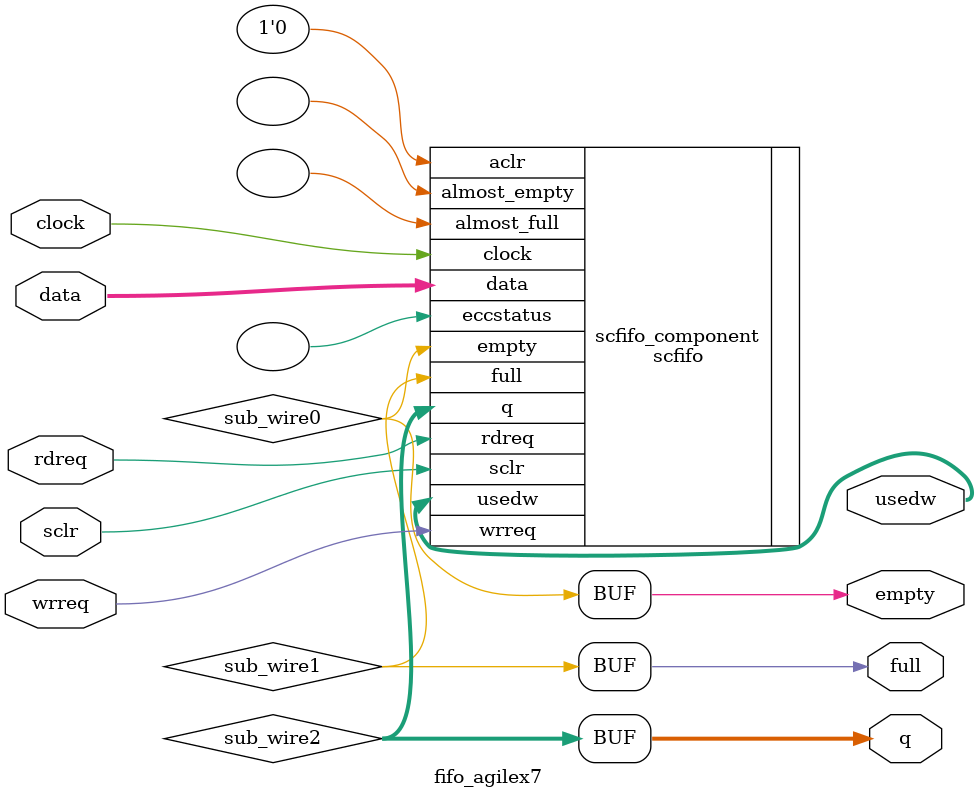
<source format=sv>



`timescale 1 ps / 1 ps
// synopsys translate_on
module  fifo_agilex7 #(
    parameter DEPTH = 4,
    parameter WIDTH = 32,
    parameter SHOWAHEAD = "OFF",
    parameter FORCE_MLAB = 0
) (
    clock,
    data,
    rdreq,
    sclr,
    wrreq,
    empty,
    full,
    q,
    usedw);

    input    clock;
    input  [WIDTH-1:0]  data;
    input    rdreq;
    input    sclr;
    input    wrreq;
    output   empty;
    output   full;
    output [WIDTH-1:0]  q;
    output [$clog2(DEPTH) - 1 : 0] usedw;

    wire  sub_wire0;
    wire  sub_wire1;
    wire [WIDTH-1:0] sub_wire2;
    wire  empty = sub_wire0;
    wire  full = sub_wire1;
    wire [WIDTH-1:0] q = sub_wire2[WIDTH-1:0];

    scfifo  scfifo_component (
                .clock (clock),
                .data (data),
                .rdreq (rdreq),
                .sclr (sclr),
                .wrreq (wrreq),
                .empty (sub_wire0),
                .full (sub_wire1),
                .q (sub_wire2),
                .aclr (1'b0),
                .almost_empty (),
                .almost_full (),
                .eccstatus (),
                .usedw (usedw));
    defparam
        scfifo_component.add_ram_output_register  = "ON",
        scfifo_component.enable_ecc  = "FALSE",
        scfifo_component.intended_device_family  = "Agilex 7",
        scfifo_component.lpm_hint  = (FORCE_MLAB == 1) ? "RAM_BLOCK_TYPE=MLAB" : "RAM_BLOCK_TYPE=AUTO",
        scfifo_component.lpm_numwords  = DEPTH,
        scfifo_component.lpm_showahead  = SHOWAHEAD,
        scfifo_component.lpm_type  = "scfifo",
        scfifo_component.lpm_width  = WIDTH,
        scfifo_component.lpm_widthu  = $clog2(DEPTH),
        scfifo_component.overflow_checking  = "OFF",
        scfifo_component.underflow_checking  = "OFF",
        scfifo_component.use_eab  = "ON";

endmodule: fifo_agilex7
</source>
